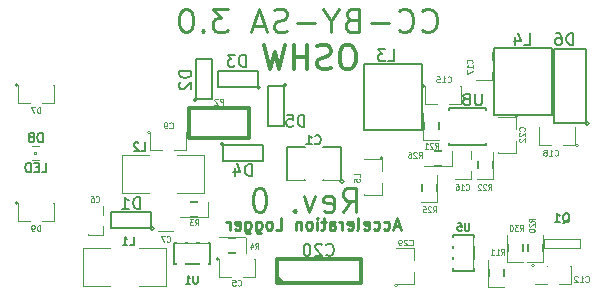
<source format=gbo>
%FSLAX34Y34*%
G04 Gerber Fmt 3.4, Leading zero omitted, Abs format*
G04 (created by PCBNEW (2013-11-03 BZR 4430)-product) date Fri 08 Nov 2013 11:28:15 PM CST*
%MOIN*%
G01*
G70*
G90*
G04 APERTURE LIST*
%ADD10C,0.005906*%
%ADD11C,0.011811*%
%ADD12C,0.009843*%
%ADD13C,0.005000*%
%ADD14C,0.004700*%
%ADD15C,0.003900*%
%ADD16C,0.012000*%
%ADD17C,0.002600*%
%ADD18C,0.004000*%
%ADD19C,0.002000*%
%ADD20C,0.006890*%
%ADD21C,0.004300*%
%ADD22C,0.004500*%
%ADD23C,0.004921*%
%ADD24C,0.008000*%
%ADD25C,0.005100*%
%ADD26R,0.038000X0.028000*%
%ADD27R,0.028000X0.038000*%
%ADD28R,0.078900X0.114300*%
%ADD29R,0.043000X0.063000*%
%ADD30R,0.053000X0.033000*%
%ADD31R,0.033000X0.053000*%
%ADD32R,0.063000X0.063000*%
%ADD33C,0.063000*%
%ADD34R,0.055200X0.055200*%
%ADD35R,0.068000X0.068000*%
%ADD36C,0.068000*%
%ADD37R,0.058000X0.108000*%
%ADD38R,0.063000X0.043000*%
%ADD39R,0.044000X0.044000*%
%ADD40R,0.165480X0.067055*%
%ADD41R,0.031622X0.031622*%
%ADD42R,0.090677X0.063118*%
%ADD43R,0.063118X0.039220*%
%ADD44O,0.034296X0.012643*%
%ADD45O,0.037839X0.012643*%
G04 APERTURE END LIST*
G54D10*
G54D11*
X52592Y-37788D02*
X52442Y-37788D01*
X52367Y-37826D01*
X52292Y-37901D01*
X52254Y-38051D01*
X52254Y-38313D01*
X52292Y-38463D01*
X52367Y-38538D01*
X52442Y-38576D01*
X52592Y-38576D01*
X52667Y-38538D01*
X52742Y-38463D01*
X52779Y-38313D01*
X52779Y-38051D01*
X52742Y-37901D01*
X52667Y-37826D01*
X52592Y-37788D01*
X51954Y-38538D02*
X51842Y-38576D01*
X51654Y-38576D01*
X51579Y-38538D01*
X51542Y-38501D01*
X51504Y-38426D01*
X51504Y-38351D01*
X51542Y-38276D01*
X51579Y-38238D01*
X51654Y-38201D01*
X51804Y-38163D01*
X51879Y-38126D01*
X51917Y-38088D01*
X51954Y-38013D01*
X51954Y-37938D01*
X51917Y-37863D01*
X51879Y-37826D01*
X51804Y-37788D01*
X51617Y-37788D01*
X51504Y-37826D01*
X51167Y-38576D02*
X51167Y-37788D01*
X51167Y-38163D02*
X50717Y-38163D01*
X50717Y-38576D02*
X50717Y-37788D01*
X50417Y-37788D02*
X50230Y-38576D01*
X50080Y-38013D01*
X49930Y-38576D01*
X49742Y-37788D01*
G54D12*
X55002Y-37281D02*
X55040Y-37318D01*
X55152Y-37356D01*
X55227Y-37356D01*
X55340Y-37318D01*
X55415Y-37243D01*
X55452Y-37168D01*
X55490Y-37018D01*
X55490Y-36906D01*
X55452Y-36756D01*
X55415Y-36681D01*
X55340Y-36606D01*
X55227Y-36568D01*
X55152Y-36568D01*
X55040Y-36606D01*
X55002Y-36643D01*
X54215Y-37281D02*
X54252Y-37318D01*
X54365Y-37356D01*
X54440Y-37356D01*
X54552Y-37318D01*
X54627Y-37243D01*
X54665Y-37168D01*
X54702Y-37018D01*
X54702Y-36906D01*
X54665Y-36756D01*
X54627Y-36681D01*
X54552Y-36606D01*
X54440Y-36568D01*
X54365Y-36568D01*
X54252Y-36606D01*
X54215Y-36643D01*
X53877Y-37056D02*
X53277Y-37056D01*
X52640Y-36943D02*
X52527Y-36981D01*
X52490Y-37018D01*
X52452Y-37093D01*
X52452Y-37206D01*
X52490Y-37281D01*
X52527Y-37318D01*
X52602Y-37356D01*
X52902Y-37356D01*
X52902Y-36568D01*
X52640Y-36568D01*
X52565Y-36606D01*
X52527Y-36643D01*
X52490Y-36718D01*
X52490Y-36793D01*
X52527Y-36868D01*
X52565Y-36906D01*
X52640Y-36943D01*
X52902Y-36943D01*
X51965Y-36981D02*
X51965Y-37356D01*
X52227Y-36568D02*
X51965Y-36981D01*
X51702Y-36568D01*
X51440Y-37056D02*
X50840Y-37056D01*
X50503Y-37318D02*
X50390Y-37356D01*
X50203Y-37356D01*
X50128Y-37318D01*
X50090Y-37281D01*
X50053Y-37206D01*
X50053Y-37131D01*
X50090Y-37056D01*
X50128Y-37018D01*
X50203Y-36981D01*
X50353Y-36943D01*
X50428Y-36906D01*
X50465Y-36868D01*
X50503Y-36793D01*
X50503Y-36718D01*
X50465Y-36643D01*
X50428Y-36606D01*
X50353Y-36568D01*
X50165Y-36568D01*
X50053Y-36606D01*
X49753Y-37131D02*
X49378Y-37131D01*
X49828Y-37356D02*
X49565Y-36568D01*
X49303Y-37356D01*
X48515Y-36568D02*
X48028Y-36568D01*
X48290Y-36868D01*
X48178Y-36868D01*
X48103Y-36906D01*
X48065Y-36943D01*
X48028Y-37018D01*
X48028Y-37206D01*
X48065Y-37281D01*
X48103Y-37318D01*
X48178Y-37356D01*
X48403Y-37356D01*
X48478Y-37318D01*
X48515Y-37281D01*
X47690Y-37281D02*
X47653Y-37318D01*
X47690Y-37356D01*
X47728Y-37318D01*
X47690Y-37281D01*
X47690Y-37356D01*
X47166Y-36568D02*
X47091Y-36568D01*
X47016Y-36606D01*
X46978Y-36643D01*
X46941Y-36718D01*
X46903Y-36868D01*
X46903Y-37056D01*
X46941Y-37206D01*
X46978Y-37281D01*
X47016Y-37318D01*
X47091Y-37356D01*
X47166Y-37356D01*
X47241Y-37318D01*
X47278Y-37281D01*
X47316Y-37206D01*
X47353Y-37056D01*
X47353Y-36868D01*
X47316Y-36718D01*
X47278Y-36643D01*
X47241Y-36606D01*
X47166Y-36568D01*
X54243Y-43815D02*
X54055Y-43815D01*
X54280Y-43928D02*
X54149Y-43534D01*
X54018Y-43928D01*
X53718Y-43909D02*
X53755Y-43928D01*
X53830Y-43928D01*
X53868Y-43909D01*
X53887Y-43890D01*
X53905Y-43853D01*
X53905Y-43740D01*
X53887Y-43703D01*
X53868Y-43684D01*
X53830Y-43665D01*
X53755Y-43665D01*
X53718Y-43684D01*
X53380Y-43909D02*
X53418Y-43928D01*
X53493Y-43928D01*
X53530Y-43909D01*
X53549Y-43890D01*
X53568Y-43853D01*
X53568Y-43740D01*
X53549Y-43703D01*
X53530Y-43684D01*
X53493Y-43665D01*
X53418Y-43665D01*
X53380Y-43684D01*
X53062Y-43909D02*
X53099Y-43928D01*
X53174Y-43928D01*
X53212Y-43909D01*
X53231Y-43871D01*
X53231Y-43721D01*
X53212Y-43684D01*
X53174Y-43665D01*
X53099Y-43665D01*
X53062Y-43684D01*
X53043Y-43721D01*
X53043Y-43759D01*
X53231Y-43796D01*
X52818Y-43928D02*
X52856Y-43909D01*
X52874Y-43871D01*
X52874Y-43534D01*
X52518Y-43909D02*
X52556Y-43928D01*
X52631Y-43928D01*
X52668Y-43909D01*
X52687Y-43871D01*
X52687Y-43721D01*
X52668Y-43684D01*
X52631Y-43665D01*
X52556Y-43665D01*
X52518Y-43684D01*
X52499Y-43721D01*
X52499Y-43759D01*
X52687Y-43796D01*
X52331Y-43928D02*
X52331Y-43665D01*
X52331Y-43740D02*
X52312Y-43703D01*
X52293Y-43684D01*
X52256Y-43665D01*
X52218Y-43665D01*
X51918Y-43928D02*
X51918Y-43721D01*
X51937Y-43684D01*
X51974Y-43665D01*
X52049Y-43665D01*
X52087Y-43684D01*
X51918Y-43909D02*
X51956Y-43928D01*
X52049Y-43928D01*
X52087Y-43909D01*
X52106Y-43871D01*
X52106Y-43834D01*
X52087Y-43796D01*
X52049Y-43778D01*
X51956Y-43778D01*
X51918Y-43759D01*
X51787Y-43665D02*
X51637Y-43665D01*
X51731Y-43534D02*
X51731Y-43871D01*
X51712Y-43909D01*
X51674Y-43928D01*
X51637Y-43928D01*
X51506Y-43928D02*
X51506Y-43665D01*
X51506Y-43534D02*
X51524Y-43553D01*
X51506Y-43571D01*
X51487Y-43553D01*
X51506Y-43534D01*
X51506Y-43571D01*
X51262Y-43928D02*
X51300Y-43909D01*
X51318Y-43890D01*
X51337Y-43853D01*
X51337Y-43740D01*
X51318Y-43703D01*
X51300Y-43684D01*
X51262Y-43665D01*
X51206Y-43665D01*
X51168Y-43684D01*
X51150Y-43703D01*
X51131Y-43740D01*
X51131Y-43853D01*
X51150Y-43890D01*
X51168Y-43909D01*
X51206Y-43928D01*
X51262Y-43928D01*
X50962Y-43665D02*
X50962Y-43928D01*
X50962Y-43703D02*
X50943Y-43684D01*
X50906Y-43665D01*
X50850Y-43665D01*
X50812Y-43684D01*
X50793Y-43721D01*
X50793Y-43928D01*
X50118Y-43928D02*
X50306Y-43928D01*
X50306Y-43534D01*
X49931Y-43928D02*
X49968Y-43909D01*
X49987Y-43890D01*
X50006Y-43853D01*
X50006Y-43740D01*
X49987Y-43703D01*
X49968Y-43684D01*
X49931Y-43665D01*
X49875Y-43665D01*
X49837Y-43684D01*
X49818Y-43703D01*
X49800Y-43740D01*
X49800Y-43853D01*
X49818Y-43890D01*
X49837Y-43909D01*
X49875Y-43928D01*
X49931Y-43928D01*
X49462Y-43665D02*
X49462Y-43984D01*
X49481Y-44021D01*
X49500Y-44040D01*
X49537Y-44059D01*
X49593Y-44059D01*
X49631Y-44040D01*
X49462Y-43909D02*
X49500Y-43928D01*
X49575Y-43928D01*
X49612Y-43909D01*
X49631Y-43890D01*
X49650Y-43853D01*
X49650Y-43740D01*
X49631Y-43703D01*
X49612Y-43684D01*
X49575Y-43665D01*
X49500Y-43665D01*
X49462Y-43684D01*
X49106Y-43665D02*
X49106Y-43984D01*
X49125Y-44021D01*
X49144Y-44040D01*
X49181Y-44059D01*
X49237Y-44059D01*
X49275Y-44040D01*
X49106Y-43909D02*
X49144Y-43928D01*
X49219Y-43928D01*
X49256Y-43909D01*
X49275Y-43890D01*
X49294Y-43853D01*
X49294Y-43740D01*
X49275Y-43703D01*
X49256Y-43684D01*
X49219Y-43665D01*
X49144Y-43665D01*
X49106Y-43684D01*
X48769Y-43909D02*
X48806Y-43928D01*
X48881Y-43928D01*
X48919Y-43909D01*
X48937Y-43871D01*
X48937Y-43721D01*
X48919Y-43684D01*
X48881Y-43665D01*
X48806Y-43665D01*
X48769Y-43684D01*
X48750Y-43721D01*
X48750Y-43759D01*
X48937Y-43796D01*
X48581Y-43928D02*
X48581Y-43665D01*
X48581Y-43740D02*
X48562Y-43703D01*
X48544Y-43684D01*
X48506Y-43665D01*
X48469Y-43665D01*
X52356Y-43336D02*
X52618Y-42961D01*
X52806Y-43336D02*
X52806Y-42548D01*
X52506Y-42548D01*
X52431Y-42586D01*
X52393Y-42623D01*
X52356Y-42698D01*
X52356Y-42811D01*
X52393Y-42886D01*
X52431Y-42923D01*
X52506Y-42961D01*
X52806Y-42961D01*
X51718Y-43298D02*
X51793Y-43336D01*
X51943Y-43336D01*
X52018Y-43298D01*
X52056Y-43223D01*
X52056Y-42923D01*
X52018Y-42848D01*
X51943Y-42811D01*
X51793Y-42811D01*
X51718Y-42848D01*
X51681Y-42923D01*
X51681Y-42998D01*
X52056Y-43073D01*
X51418Y-42811D02*
X51231Y-43336D01*
X51043Y-42811D01*
X50743Y-43261D02*
X50706Y-43298D01*
X50743Y-43336D01*
X50781Y-43298D01*
X50743Y-43261D01*
X50743Y-43336D01*
X49618Y-42548D02*
X49543Y-42548D01*
X49468Y-42586D01*
X49431Y-42623D01*
X49393Y-42698D01*
X49356Y-42848D01*
X49356Y-43036D01*
X49393Y-43186D01*
X49431Y-43261D01*
X49468Y-43298D01*
X49543Y-43336D01*
X49618Y-43336D01*
X49693Y-43298D01*
X49731Y-43261D01*
X49768Y-43186D01*
X49806Y-43036D01*
X49806Y-42848D01*
X49768Y-42698D01*
X49731Y-42623D01*
X49693Y-42586D01*
X49618Y-42548D01*
G54D13*
X56727Y-44104D02*
X56027Y-44104D01*
X56027Y-44104D02*
X56027Y-45304D01*
X56027Y-45304D02*
X56727Y-45304D01*
X56727Y-45304D02*
X56727Y-44104D01*
X47942Y-45074D02*
X47942Y-44374D01*
X47942Y-44374D02*
X46742Y-44374D01*
X46742Y-44374D02*
X46742Y-45074D01*
X46742Y-45074D02*
X47942Y-45074D01*
G54D14*
X47736Y-42696D02*
X47736Y-41436D01*
X44980Y-42696D02*
X44980Y-41436D01*
X46829Y-41434D02*
X47729Y-41434D01*
X47729Y-42698D02*
X46829Y-42698D01*
X45886Y-42698D02*
X44986Y-42698D01*
X44986Y-41434D02*
X45886Y-41434D01*
X43697Y-44545D02*
X43697Y-45805D01*
X46453Y-44545D02*
X46453Y-45805D01*
X44604Y-45807D02*
X43704Y-45807D01*
X43704Y-44543D02*
X44604Y-44543D01*
X45547Y-44543D02*
X46447Y-44543D01*
X46447Y-45807D02*
X45547Y-45807D01*
G54D15*
X41525Y-39109D02*
G75*
G03X41525Y-39109I-50J0D01*
G74*
G01*
X41925Y-39109D02*
X41525Y-39109D01*
X41525Y-39109D02*
X41525Y-39709D01*
X41525Y-39709D02*
X41925Y-39709D01*
X42325Y-39709D02*
X42725Y-39709D01*
X42725Y-39709D02*
X42725Y-39109D01*
X42725Y-39109D02*
X42325Y-39109D01*
X41525Y-43046D02*
G75*
G03X41525Y-43046I-50J0D01*
G74*
G01*
X41925Y-43046D02*
X41525Y-43046D01*
X41525Y-43046D02*
X41525Y-43646D01*
X41525Y-43646D02*
X41925Y-43646D01*
X42325Y-43646D02*
X42725Y-43646D01*
X42725Y-43646D02*
X42725Y-43046D01*
X42725Y-43046D02*
X42325Y-43046D01*
G54D14*
X56804Y-38283D02*
X56804Y-38008D01*
X56804Y-38677D02*
X56804Y-38952D01*
X57316Y-38283D02*
X57316Y-38008D01*
X57316Y-38952D02*
X57316Y-38677D01*
X57310Y-38008D02*
X56810Y-38008D01*
X56810Y-38952D02*
X57310Y-38952D01*
X56104Y-41583D02*
X56104Y-41308D01*
X56104Y-41977D02*
X56104Y-42252D01*
X56616Y-41583D02*
X56616Y-41308D01*
X56616Y-42252D02*
X56616Y-41977D01*
X56610Y-41308D02*
X56110Y-41308D01*
X56110Y-42252D02*
X56610Y-42252D01*
X46706Y-43697D02*
X46706Y-43972D01*
X46706Y-43303D02*
X46706Y-43028D01*
X46194Y-43697D02*
X46194Y-43972D01*
X46194Y-43028D02*
X46194Y-43303D01*
X46200Y-43972D02*
X46700Y-43972D01*
X46700Y-43028D02*
X46200Y-43028D01*
X43844Y-43428D02*
X43844Y-43153D01*
X43844Y-43822D02*
X43844Y-44097D01*
X44356Y-43428D02*
X44356Y-43153D01*
X44356Y-44097D02*
X44356Y-43822D01*
X44350Y-43153D02*
X43850Y-43153D01*
X43850Y-44097D02*
X44350Y-44097D01*
G54D13*
X55090Y-41810D02*
X55990Y-41810D01*
X55990Y-41810D02*
X55990Y-41310D01*
X55990Y-41310D02*
X55090Y-41310D01*
X55090Y-41310D02*
X55090Y-41810D01*
X55490Y-43010D02*
X55490Y-42110D01*
X55490Y-42110D02*
X54990Y-42110D01*
X54990Y-42110D02*
X54990Y-43010D01*
X54990Y-43010D02*
X55490Y-43010D01*
X56850Y-41330D02*
X56850Y-42230D01*
X56850Y-42230D02*
X57350Y-42230D01*
X57350Y-42230D02*
X57350Y-41330D01*
X57350Y-41330D02*
X56850Y-41330D01*
X55064Y-40042D02*
X55064Y-40942D01*
X55064Y-40942D02*
X55564Y-40942D01*
X55564Y-40942D02*
X55564Y-40042D01*
X55564Y-40042D02*
X55064Y-40042D01*
X46950Y-43500D02*
X47850Y-43500D01*
X47850Y-43500D02*
X47850Y-43000D01*
X47850Y-43000D02*
X46950Y-43000D01*
X46950Y-43000D02*
X46950Y-43500D01*
X48225Y-44725D02*
X49125Y-44725D01*
X49125Y-44725D02*
X49125Y-44225D01*
X49125Y-44225D02*
X48225Y-44225D01*
X48225Y-44225D02*
X48225Y-44725D01*
X57230Y-44928D02*
X57230Y-45828D01*
X57230Y-45828D02*
X57730Y-45828D01*
X57730Y-45828D02*
X57730Y-44928D01*
X57730Y-44928D02*
X57230Y-44928D01*
G54D16*
X49228Y-40893D02*
X49228Y-39893D01*
X49228Y-39893D02*
X47228Y-39893D01*
X47228Y-39893D02*
X47228Y-40893D01*
X47228Y-40893D02*
X49228Y-40893D01*
G54D17*
X41929Y-41495D02*
X41929Y-41623D01*
X41929Y-41623D02*
X41732Y-41623D01*
X41732Y-41495D02*
X41732Y-41623D01*
X41929Y-41495D02*
X41732Y-41495D01*
X41929Y-41250D02*
X41929Y-41309D01*
X41929Y-41309D02*
X41830Y-41309D01*
X41830Y-41250D02*
X41830Y-41309D01*
X41929Y-41250D02*
X41830Y-41250D01*
X41929Y-41445D02*
X41929Y-41504D01*
X41929Y-41504D02*
X41830Y-41504D01*
X41830Y-41445D02*
X41830Y-41504D01*
X41929Y-41445D02*
X41830Y-41445D01*
X41929Y-41299D02*
X41929Y-41455D01*
X41929Y-41455D02*
X41860Y-41455D01*
X41860Y-41299D02*
X41860Y-41455D01*
X41929Y-41299D02*
X41860Y-41299D01*
X42518Y-41495D02*
X42518Y-41623D01*
X42518Y-41623D02*
X42321Y-41623D01*
X42321Y-41495D02*
X42321Y-41623D01*
X42518Y-41495D02*
X42321Y-41495D01*
X42518Y-41131D02*
X42518Y-41259D01*
X42518Y-41259D02*
X42321Y-41259D01*
X42321Y-41131D02*
X42321Y-41259D01*
X42518Y-41131D02*
X42321Y-41131D01*
X42420Y-41445D02*
X42420Y-41504D01*
X42420Y-41504D02*
X42321Y-41504D01*
X42321Y-41445D02*
X42321Y-41504D01*
X42420Y-41445D02*
X42321Y-41445D01*
X42420Y-41250D02*
X42420Y-41309D01*
X42420Y-41309D02*
X42321Y-41309D01*
X42321Y-41250D02*
X42321Y-41309D01*
X42420Y-41250D02*
X42321Y-41250D01*
X42390Y-41299D02*
X42390Y-41455D01*
X42390Y-41455D02*
X42321Y-41455D01*
X42321Y-41299D02*
X42321Y-41455D01*
X42390Y-41299D02*
X42321Y-41299D01*
X42125Y-41338D02*
X42125Y-41416D01*
X42125Y-41416D02*
X42047Y-41416D01*
X42047Y-41338D02*
X42047Y-41416D01*
X42125Y-41338D02*
X42047Y-41338D01*
X41929Y-41141D02*
X41929Y-41259D01*
X41929Y-41259D02*
X41811Y-41259D01*
X41811Y-41141D02*
X41811Y-41259D01*
X41929Y-41141D02*
X41811Y-41141D01*
X41761Y-41131D02*
X41761Y-41220D01*
X41761Y-41220D02*
X41732Y-41220D01*
X41732Y-41131D02*
X41732Y-41220D01*
X41761Y-41131D02*
X41732Y-41131D01*
G54D18*
X41919Y-41603D02*
X42331Y-41603D01*
X42321Y-41151D02*
X41761Y-41151D01*
G54D19*
X41820Y-41200D02*
G75*
G03X41820Y-41200I-28J0D01*
G74*
G01*
G54D18*
X41732Y-41240D02*
G75*
G02X41732Y-41514I0J-137D01*
G74*
G01*
X42518Y-41514D02*
G75*
G02X42518Y-41240I0J137D01*
G74*
G01*
G54D16*
X50174Y-45714D02*
X52974Y-45714D01*
X52974Y-45714D02*
X52974Y-44914D01*
X52974Y-44914D02*
X50174Y-44914D01*
X50174Y-44914D02*
X50174Y-45714D01*
X50174Y-45514D02*
X50374Y-45714D01*
G54D13*
X52398Y-42332D02*
G75*
G03X52398Y-42332I-70J0D01*
G74*
G01*
X51677Y-41182D02*
X52277Y-41182D01*
X52277Y-41182D02*
X52277Y-42282D01*
X52277Y-42282D02*
X51677Y-42282D01*
X51077Y-42282D02*
X50477Y-42282D01*
X50477Y-42282D02*
X50477Y-41182D01*
X50477Y-41182D02*
X51077Y-41182D01*
G54D15*
X45940Y-40680D02*
G75*
G03X45940Y-40680I-50J0D01*
G74*
G01*
X46340Y-40680D02*
X45940Y-40680D01*
X45940Y-40680D02*
X45940Y-41280D01*
X45940Y-41280D02*
X46340Y-41280D01*
X46740Y-41280D02*
X47140Y-41280D01*
X47140Y-41280D02*
X47140Y-40680D01*
X47140Y-40680D02*
X46740Y-40680D01*
X55100Y-39140D02*
G75*
G03X55100Y-39140I-50J0D01*
G74*
G01*
X55500Y-39140D02*
X55100Y-39140D01*
X55100Y-39140D02*
X55100Y-39740D01*
X55100Y-39740D02*
X55500Y-39740D01*
X55900Y-39740D02*
X56300Y-39740D01*
X56300Y-39740D02*
X56300Y-39140D01*
X56300Y-39140D02*
X55900Y-39140D01*
X48218Y-44916D02*
G75*
G03X48218Y-44916I-50J0D01*
G74*
G01*
X48618Y-44916D02*
X48218Y-44916D01*
X48218Y-44916D02*
X48218Y-45516D01*
X48218Y-45516D02*
X48618Y-45516D01*
X49018Y-45516D02*
X49418Y-45516D01*
X49418Y-45516D02*
X49418Y-44916D01*
X49418Y-44916D02*
X49018Y-44916D01*
X58750Y-45133D02*
G75*
G03X58750Y-45133I-50J0D01*
G74*
G01*
X59150Y-45133D02*
X58750Y-45133D01*
X58750Y-45133D02*
X58750Y-45733D01*
X58750Y-45733D02*
X59150Y-45733D01*
X59550Y-45733D02*
X59950Y-45733D01*
X59950Y-45733D02*
X59950Y-45133D01*
X59950Y-45133D02*
X59550Y-45133D01*
G54D13*
X57870Y-44110D02*
X57870Y-45010D01*
X57870Y-45010D02*
X58370Y-45010D01*
X58370Y-45010D02*
X58370Y-44110D01*
X58370Y-44110D02*
X57870Y-44110D01*
G54D15*
X54179Y-45807D02*
G75*
G03X54179Y-45807I-50J0D01*
G74*
G01*
X54129Y-45357D02*
X54129Y-45757D01*
X54129Y-45757D02*
X54729Y-45757D01*
X54729Y-45757D02*
X54729Y-45357D01*
X54729Y-44957D02*
X54729Y-44557D01*
X54729Y-44557D02*
X54129Y-44557D01*
X54129Y-44557D02*
X54129Y-44957D01*
X58190Y-40130D02*
G75*
G03X58190Y-40130I-50J0D01*
G74*
G01*
X58140Y-40580D02*
X58140Y-40180D01*
X58140Y-40180D02*
X57540Y-40180D01*
X57540Y-40180D02*
X57540Y-40580D01*
X57540Y-40980D02*
X57540Y-41380D01*
X57540Y-41380D02*
X58140Y-41380D01*
X58140Y-41380D02*
X58140Y-40980D01*
X53696Y-41535D02*
G75*
G03X53696Y-41535I-50J0D01*
G74*
G01*
X53646Y-41985D02*
X53646Y-41585D01*
X53646Y-41585D02*
X53046Y-41585D01*
X53046Y-41585D02*
X53046Y-41985D01*
X53046Y-42385D02*
X53046Y-42785D01*
X53046Y-42785D02*
X53646Y-42785D01*
X53646Y-42785D02*
X53646Y-42385D01*
X60207Y-41126D02*
G75*
G03X60207Y-41126I-50J0D01*
G74*
G01*
X59707Y-41126D02*
X60107Y-41126D01*
X60107Y-41126D02*
X60107Y-40526D01*
X60107Y-40526D02*
X59707Y-40526D01*
X59307Y-40526D02*
X58907Y-40526D01*
X58907Y-40526D02*
X58907Y-41126D01*
X58907Y-41126D02*
X59307Y-41126D01*
G54D14*
X60260Y-44250D02*
X59060Y-44250D01*
X59060Y-44250D02*
X59060Y-44550D01*
X59060Y-44550D02*
X60260Y-44550D01*
X60260Y-44550D02*
X60260Y-44250D01*
G54D13*
X59010Y-45010D02*
X59010Y-44110D01*
X59010Y-44110D02*
X58510Y-44110D01*
X58510Y-44110D02*
X58510Y-45010D01*
X58510Y-45010D02*
X59010Y-45010D01*
G54D20*
X57381Y-40098D02*
X57381Y-37893D01*
X59311Y-37893D02*
X59311Y-40098D01*
X57381Y-40098D02*
X59311Y-40098D01*
X57381Y-37893D02*
X59311Y-37893D01*
X54980Y-38405D02*
X54980Y-40610D01*
X53051Y-40610D02*
X53051Y-38405D01*
X54980Y-38405D02*
X53051Y-38405D01*
X54980Y-40610D02*
X53051Y-40610D01*
X49594Y-39195D02*
G75*
G03X49594Y-39195I-55J0D01*
G74*
G01*
X48180Y-39165D02*
X49519Y-39165D01*
X48180Y-38634D02*
X49519Y-38634D01*
X49519Y-39165D02*
X49519Y-38634D01*
X48180Y-39165D02*
X48180Y-38634D01*
X47496Y-39606D02*
G75*
G03X47496Y-39606I-55J0D01*
G74*
G01*
X47470Y-38248D02*
X47470Y-39586D01*
X48001Y-38248D02*
X48001Y-39586D01*
X47470Y-39586D02*
X48001Y-39586D01*
X47470Y-38248D02*
X48001Y-38248D01*
X48391Y-41079D02*
G75*
G03X48391Y-41079I-55J0D01*
G74*
G01*
X49694Y-41109D02*
X48355Y-41109D01*
X49694Y-41640D02*
X48355Y-41640D01*
X48355Y-41109D02*
X48355Y-41640D01*
X49694Y-41109D02*
X49694Y-41640D01*
X50475Y-39111D02*
G75*
G03X50475Y-39111I-55J0D01*
G74*
G01*
X50390Y-40469D02*
X50390Y-39130D01*
X49859Y-40469D02*
X49859Y-39130D01*
X50390Y-39130D02*
X49859Y-39130D01*
X50390Y-40469D02*
X49859Y-40469D01*
X46044Y-43895D02*
G75*
G03X46044Y-43895I-55J0D01*
G74*
G01*
X44630Y-43865D02*
X45969Y-43865D01*
X44630Y-43334D02*
X45969Y-43334D01*
X45969Y-43865D02*
X45969Y-43334D01*
X44630Y-43865D02*
X44630Y-43334D01*
X60562Y-40399D02*
G75*
G03X60562Y-40399I-70J0D01*
G74*
G01*
X60471Y-40380D02*
X60471Y-37899D01*
X59408Y-37899D02*
X59408Y-40380D01*
X60471Y-37899D02*
X59408Y-37899D01*
X60471Y-40380D02*
X59408Y-40380D01*
G54D10*
X55889Y-41110D02*
X55889Y-41051D01*
X57110Y-41110D02*
X57110Y-41051D01*
X55889Y-39889D02*
X55889Y-39948D01*
X57110Y-39889D02*
X57110Y-39948D01*
X55889Y-41110D02*
X57110Y-41110D01*
X55889Y-39889D02*
X57110Y-39889D01*
G54D13*
X56568Y-43721D02*
X56568Y-43923D01*
X56556Y-43947D01*
X56544Y-43959D01*
X56520Y-43971D01*
X56473Y-43971D01*
X56449Y-43959D01*
X56437Y-43947D01*
X56425Y-43923D01*
X56425Y-43721D01*
X56187Y-43721D02*
X56306Y-43721D01*
X56318Y-43840D01*
X56306Y-43828D01*
X56282Y-43816D01*
X56223Y-43816D01*
X56199Y-43828D01*
X56187Y-43840D01*
X56175Y-43864D01*
X56175Y-43923D01*
X56187Y-43947D01*
X56199Y-43959D01*
X56223Y-43971D01*
X56282Y-43971D01*
X56306Y-43959D01*
X56318Y-43947D01*
X47515Y-45488D02*
X47515Y-45690D01*
X47503Y-45714D01*
X47491Y-45726D01*
X47467Y-45738D01*
X47420Y-45738D01*
X47396Y-45726D01*
X47384Y-45714D01*
X47372Y-45690D01*
X47372Y-45488D01*
X47122Y-45738D02*
X47265Y-45738D01*
X47194Y-45738D02*
X47194Y-45488D01*
X47217Y-45523D01*
X47241Y-45547D01*
X47265Y-45559D01*
X45621Y-41299D02*
X45752Y-41299D01*
X45752Y-41023D01*
X45542Y-41050D02*
X45529Y-41037D01*
X45502Y-41023D01*
X45437Y-41023D01*
X45410Y-41037D01*
X45397Y-41050D01*
X45384Y-41076D01*
X45384Y-41102D01*
X45397Y-41142D01*
X45555Y-41299D01*
X45384Y-41299D01*
X45246Y-44449D02*
X45377Y-44449D01*
X45377Y-44173D01*
X45009Y-44449D02*
X45167Y-44449D01*
X45088Y-44449D02*
X45088Y-44173D01*
X45114Y-44213D01*
X45140Y-44239D01*
X45167Y-44252D01*
G54D21*
X42271Y-40049D02*
X42271Y-39852D01*
X42224Y-39852D01*
X42196Y-39862D01*
X42177Y-39880D01*
X42168Y-39899D01*
X42158Y-39937D01*
X42158Y-39965D01*
X42168Y-40002D01*
X42177Y-40021D01*
X42196Y-40040D01*
X42224Y-40049D01*
X42271Y-40049D01*
X42093Y-39852D02*
X41961Y-39852D01*
X42046Y-40049D01*
X42271Y-43986D02*
X42271Y-43789D01*
X42224Y-43789D01*
X42196Y-43799D01*
X42177Y-43817D01*
X42168Y-43836D01*
X42158Y-43874D01*
X42158Y-43902D01*
X42168Y-43939D01*
X42177Y-43958D01*
X42196Y-43977D01*
X42224Y-43986D01*
X42271Y-43986D01*
X42065Y-43986D02*
X42027Y-43986D01*
X42008Y-43977D01*
X41999Y-43967D01*
X41980Y-43939D01*
X41971Y-43902D01*
X41971Y-43827D01*
X41980Y-43808D01*
X41989Y-43799D01*
X42008Y-43789D01*
X42046Y-43789D01*
X42065Y-43799D01*
X42074Y-43808D01*
X42083Y-43827D01*
X42083Y-43874D01*
X42074Y-43892D01*
X42065Y-43902D01*
X42046Y-43911D01*
X42008Y-43911D01*
X41989Y-43902D01*
X41980Y-43892D01*
X41971Y-43874D01*
G54D22*
X56658Y-38383D02*
X56668Y-38375D01*
X56678Y-38349D01*
X56678Y-38332D01*
X56668Y-38306D01*
X56649Y-38289D01*
X56630Y-38281D01*
X56592Y-38272D01*
X56563Y-38272D01*
X56525Y-38281D01*
X56506Y-38289D01*
X56487Y-38306D01*
X56478Y-38332D01*
X56478Y-38349D01*
X56487Y-38375D01*
X56497Y-38383D01*
X56678Y-38555D02*
X56678Y-38452D01*
X56678Y-38503D02*
X56478Y-38503D01*
X56506Y-38486D01*
X56525Y-38469D01*
X56535Y-38452D01*
X56478Y-38615D02*
X56478Y-38735D01*
X56678Y-38658D01*
X56454Y-42591D02*
X56462Y-42600D01*
X56488Y-42610D01*
X56505Y-42610D01*
X56531Y-42600D01*
X56548Y-42581D01*
X56557Y-42562D01*
X56565Y-42524D01*
X56565Y-42495D01*
X56557Y-42457D01*
X56548Y-42438D01*
X56531Y-42419D01*
X56505Y-42410D01*
X56488Y-42410D01*
X56462Y-42419D01*
X56454Y-42429D01*
X56282Y-42610D02*
X56385Y-42610D01*
X56334Y-42610D02*
X56334Y-42410D01*
X56351Y-42438D01*
X56368Y-42457D01*
X56385Y-42467D01*
X56128Y-42410D02*
X56162Y-42410D01*
X56180Y-42419D01*
X56188Y-42429D01*
X56205Y-42457D01*
X56214Y-42495D01*
X56214Y-42572D01*
X56205Y-42591D01*
X56197Y-42600D01*
X56180Y-42610D01*
X56145Y-42610D01*
X56128Y-42600D01*
X56120Y-42591D01*
X56111Y-42572D01*
X56111Y-42524D01*
X56120Y-42505D01*
X56128Y-42495D01*
X56145Y-42486D01*
X56180Y-42486D01*
X56197Y-42495D01*
X56205Y-42505D01*
X56214Y-42524D01*
X46486Y-44323D02*
X46495Y-44332D01*
X46520Y-44342D01*
X46538Y-44342D01*
X46563Y-44332D01*
X46580Y-44313D01*
X46589Y-44294D01*
X46598Y-44256D01*
X46598Y-44228D01*
X46589Y-44190D01*
X46580Y-44171D01*
X46563Y-44151D01*
X46538Y-44142D01*
X46520Y-44142D01*
X46495Y-44151D01*
X46486Y-44161D01*
X46426Y-44142D02*
X46306Y-44142D01*
X46383Y-44342D01*
X44130Y-42996D02*
X44138Y-43005D01*
X44164Y-43015D01*
X44181Y-43015D01*
X44207Y-43005D01*
X44224Y-42986D01*
X44232Y-42967D01*
X44241Y-42929D01*
X44241Y-42901D01*
X44232Y-42863D01*
X44224Y-42844D01*
X44207Y-42825D01*
X44181Y-42815D01*
X44164Y-42815D01*
X44138Y-42825D01*
X44130Y-42834D01*
X43975Y-42815D02*
X44010Y-42815D01*
X44027Y-42825D01*
X44035Y-42834D01*
X44052Y-42863D01*
X44061Y-42901D01*
X44061Y-42977D01*
X44052Y-42996D01*
X44044Y-43005D01*
X44027Y-43015D01*
X43992Y-43015D01*
X43975Y-43005D01*
X43967Y-42996D01*
X43958Y-42977D01*
X43958Y-42929D01*
X43967Y-42910D01*
X43975Y-42901D01*
X43992Y-42891D01*
X44027Y-42891D01*
X44044Y-42901D01*
X44052Y-42910D01*
X44061Y-42929D01*
X54879Y-41547D02*
X54939Y-41451D01*
X54982Y-41547D02*
X54982Y-41347D01*
X54913Y-41347D01*
X54896Y-41356D01*
X54888Y-41366D01*
X54879Y-41385D01*
X54879Y-41413D01*
X54888Y-41432D01*
X54896Y-41442D01*
X54913Y-41451D01*
X54982Y-41451D01*
X54810Y-41366D02*
X54802Y-41356D01*
X54785Y-41347D01*
X54742Y-41347D01*
X54725Y-41356D01*
X54716Y-41366D01*
X54708Y-41385D01*
X54708Y-41404D01*
X54716Y-41432D01*
X54819Y-41547D01*
X54708Y-41547D01*
X54553Y-41347D02*
X54588Y-41347D01*
X54605Y-41356D01*
X54613Y-41366D01*
X54630Y-41394D01*
X54639Y-41432D01*
X54639Y-41509D01*
X54630Y-41528D01*
X54622Y-41537D01*
X54605Y-41547D01*
X54570Y-41547D01*
X54553Y-41537D01*
X54545Y-41528D01*
X54536Y-41509D01*
X54536Y-41461D01*
X54545Y-41442D01*
X54553Y-41432D01*
X54570Y-41423D01*
X54605Y-41423D01*
X54622Y-41432D01*
X54630Y-41442D01*
X54639Y-41461D01*
X55355Y-43359D02*
X55415Y-43263D01*
X55458Y-43359D02*
X55458Y-43159D01*
X55390Y-43159D01*
X55372Y-43168D01*
X55364Y-43178D01*
X55355Y-43197D01*
X55355Y-43225D01*
X55364Y-43244D01*
X55372Y-43254D01*
X55390Y-43263D01*
X55458Y-43263D01*
X55287Y-43178D02*
X55278Y-43168D01*
X55261Y-43159D01*
X55218Y-43159D01*
X55201Y-43168D01*
X55192Y-43178D01*
X55184Y-43197D01*
X55184Y-43216D01*
X55192Y-43244D01*
X55295Y-43359D01*
X55184Y-43359D01*
X55021Y-43159D02*
X55107Y-43159D01*
X55115Y-43254D01*
X55107Y-43244D01*
X55090Y-43235D01*
X55047Y-43235D01*
X55030Y-43244D01*
X55021Y-43254D01*
X55012Y-43273D01*
X55012Y-43321D01*
X55021Y-43340D01*
X55030Y-43349D01*
X55047Y-43359D01*
X55090Y-43359D01*
X55107Y-43349D01*
X55115Y-43340D01*
X57202Y-42610D02*
X57262Y-42514D01*
X57305Y-42610D02*
X57305Y-42410D01*
X57236Y-42410D01*
X57219Y-42419D01*
X57210Y-42429D01*
X57202Y-42448D01*
X57202Y-42476D01*
X57210Y-42495D01*
X57219Y-42505D01*
X57236Y-42514D01*
X57305Y-42514D01*
X57133Y-42429D02*
X57125Y-42419D01*
X57108Y-42410D01*
X57065Y-42410D01*
X57048Y-42419D01*
X57039Y-42429D01*
X57030Y-42448D01*
X57030Y-42467D01*
X57039Y-42495D01*
X57142Y-42610D01*
X57030Y-42610D01*
X56962Y-42429D02*
X56953Y-42419D01*
X56936Y-42410D01*
X56893Y-42410D01*
X56876Y-42419D01*
X56868Y-42429D01*
X56859Y-42448D01*
X56859Y-42467D01*
X56868Y-42495D01*
X56970Y-42610D01*
X56859Y-42610D01*
X55430Y-41232D02*
X55490Y-41136D01*
X55533Y-41232D02*
X55533Y-41032D01*
X55464Y-41032D01*
X55447Y-41041D01*
X55439Y-41051D01*
X55430Y-41070D01*
X55430Y-41098D01*
X55439Y-41117D01*
X55447Y-41127D01*
X55464Y-41136D01*
X55533Y-41136D01*
X55362Y-41051D02*
X55353Y-41041D01*
X55336Y-41032D01*
X55293Y-41032D01*
X55276Y-41041D01*
X55267Y-41051D01*
X55259Y-41070D01*
X55259Y-41089D01*
X55267Y-41117D01*
X55370Y-41232D01*
X55259Y-41232D01*
X55087Y-41232D02*
X55190Y-41232D01*
X55139Y-41232D02*
X55139Y-41032D01*
X55156Y-41060D01*
X55173Y-41079D01*
X55190Y-41089D01*
X47430Y-43793D02*
X47490Y-43697D01*
X47532Y-43793D02*
X47532Y-43593D01*
X47464Y-43593D01*
X47447Y-43602D01*
X47438Y-43612D01*
X47430Y-43631D01*
X47430Y-43659D01*
X47438Y-43678D01*
X47447Y-43688D01*
X47464Y-43697D01*
X47532Y-43697D01*
X47370Y-43593D02*
X47258Y-43593D01*
X47318Y-43669D01*
X47292Y-43669D01*
X47275Y-43678D01*
X47267Y-43688D01*
X47258Y-43707D01*
X47258Y-43755D01*
X47267Y-43774D01*
X47275Y-43783D01*
X47292Y-43793D01*
X47344Y-43793D01*
X47361Y-43783D01*
X47370Y-43774D01*
X49439Y-44578D02*
X49499Y-44483D01*
X49542Y-44578D02*
X49542Y-44378D01*
X49473Y-44378D01*
X49456Y-44388D01*
X49448Y-44397D01*
X49439Y-44416D01*
X49439Y-44445D01*
X49448Y-44464D01*
X49456Y-44473D01*
X49473Y-44483D01*
X49542Y-44483D01*
X49285Y-44445D02*
X49285Y-44578D01*
X49328Y-44369D02*
X49370Y-44511D01*
X49259Y-44511D01*
X57629Y-44769D02*
X57689Y-44673D01*
X57732Y-44769D02*
X57732Y-44569D01*
X57663Y-44569D01*
X57646Y-44578D01*
X57638Y-44588D01*
X57629Y-44607D01*
X57629Y-44635D01*
X57638Y-44654D01*
X57646Y-44664D01*
X57663Y-44673D01*
X57732Y-44673D01*
X57458Y-44769D02*
X57560Y-44769D01*
X57509Y-44769D02*
X57509Y-44569D01*
X57526Y-44597D01*
X57543Y-44616D01*
X57560Y-44626D01*
X57286Y-44769D02*
X57389Y-44769D01*
X57338Y-44769D02*
X57338Y-44569D01*
X57355Y-44597D01*
X57372Y-44616D01*
X57389Y-44626D01*
G54D23*
X48370Y-39764D02*
X48370Y-39567D01*
X48295Y-39567D01*
X48276Y-39576D01*
X48267Y-39585D01*
X48257Y-39604D01*
X48257Y-39632D01*
X48267Y-39651D01*
X48276Y-39660D01*
X48295Y-39670D01*
X48370Y-39670D01*
X48182Y-39585D02*
X48173Y-39576D01*
X48154Y-39567D01*
X48107Y-39567D01*
X48089Y-39576D01*
X48079Y-39585D01*
X48070Y-39604D01*
X48070Y-39623D01*
X48079Y-39651D01*
X48192Y-39764D01*
X48070Y-39764D01*
G54D13*
X42347Y-41013D02*
X42347Y-40713D01*
X42275Y-40713D01*
X42233Y-40727D01*
X42204Y-40756D01*
X42190Y-40785D01*
X42175Y-40842D01*
X42175Y-40885D01*
X42190Y-40942D01*
X42204Y-40970D01*
X42233Y-40999D01*
X42275Y-41013D01*
X42347Y-41013D01*
X42004Y-40842D02*
X42033Y-40827D01*
X42047Y-40813D01*
X42061Y-40785D01*
X42061Y-40770D01*
X42047Y-40742D01*
X42033Y-40727D01*
X42004Y-40713D01*
X41947Y-40713D01*
X41918Y-40727D01*
X41904Y-40742D01*
X41890Y-40770D01*
X41890Y-40785D01*
X41904Y-40813D01*
X41918Y-40827D01*
X41947Y-40842D01*
X42004Y-40842D01*
X42033Y-40856D01*
X42047Y-40870D01*
X42061Y-40899D01*
X42061Y-40956D01*
X42047Y-40985D01*
X42033Y-40999D01*
X42004Y-41013D01*
X41947Y-41013D01*
X41918Y-40999D01*
X41904Y-40985D01*
X41890Y-40956D01*
X41890Y-40899D01*
X41904Y-40870D01*
X41918Y-40856D01*
X41947Y-40842D01*
X42318Y-42013D02*
X42461Y-42013D01*
X42461Y-41713D01*
X42218Y-41856D02*
X42118Y-41856D01*
X42075Y-42013D02*
X42218Y-42013D01*
X42218Y-41713D01*
X42075Y-41713D01*
X41947Y-42013D02*
X41947Y-41713D01*
X41875Y-41713D01*
X41833Y-41727D01*
X41804Y-41756D01*
X41790Y-41785D01*
X41775Y-41842D01*
X41775Y-41885D01*
X41790Y-41942D01*
X41804Y-41970D01*
X41833Y-41999D01*
X41875Y-42013D01*
X41947Y-42013D01*
G54D24*
X51807Y-44767D02*
X51826Y-44786D01*
X51883Y-44805D01*
X51921Y-44805D01*
X51978Y-44786D01*
X52016Y-44748D01*
X52035Y-44710D01*
X52054Y-44634D01*
X52054Y-44577D01*
X52035Y-44501D01*
X52016Y-44463D01*
X51978Y-44425D01*
X51921Y-44405D01*
X51883Y-44405D01*
X51826Y-44425D01*
X51807Y-44444D01*
X51654Y-44444D02*
X51635Y-44425D01*
X51597Y-44405D01*
X51502Y-44405D01*
X51464Y-44425D01*
X51445Y-44444D01*
X51426Y-44482D01*
X51426Y-44520D01*
X51445Y-44577D01*
X51673Y-44805D01*
X51426Y-44805D01*
X51178Y-44405D02*
X51140Y-44405D01*
X51102Y-44425D01*
X51083Y-44444D01*
X51064Y-44482D01*
X51045Y-44558D01*
X51045Y-44653D01*
X51064Y-44729D01*
X51083Y-44767D01*
X51102Y-44786D01*
X51140Y-44805D01*
X51178Y-44805D01*
X51216Y-44786D01*
X51235Y-44767D01*
X51254Y-44729D01*
X51273Y-44653D01*
X51273Y-44558D01*
X51254Y-44482D01*
X51235Y-44444D01*
X51216Y-44425D01*
X51178Y-44405D01*
G54D13*
X51425Y-41057D02*
X51439Y-41071D01*
X51482Y-41085D01*
X51510Y-41085D01*
X51553Y-41071D01*
X51582Y-41042D01*
X51596Y-41014D01*
X51610Y-40957D01*
X51610Y-40914D01*
X51596Y-40857D01*
X51582Y-40828D01*
X51553Y-40800D01*
X51510Y-40785D01*
X51482Y-40785D01*
X51439Y-40800D01*
X51425Y-40814D01*
X51139Y-41085D02*
X51310Y-41085D01*
X51225Y-41085D02*
X51225Y-40785D01*
X51253Y-40828D01*
X51282Y-40857D01*
X51310Y-40871D01*
G54D21*
X46572Y-40538D02*
X46582Y-40547D01*
X46610Y-40557D01*
X46629Y-40557D01*
X46657Y-40547D01*
X46676Y-40529D01*
X46685Y-40510D01*
X46694Y-40472D01*
X46694Y-40444D01*
X46685Y-40407D01*
X46676Y-40388D01*
X46657Y-40369D01*
X46629Y-40360D01*
X46610Y-40360D01*
X46582Y-40369D01*
X46572Y-40379D01*
X46479Y-40557D02*
X46441Y-40557D01*
X46422Y-40547D01*
X46413Y-40538D01*
X46394Y-40510D01*
X46385Y-40472D01*
X46385Y-40397D01*
X46394Y-40379D01*
X46403Y-40369D01*
X46422Y-40360D01*
X46460Y-40360D01*
X46479Y-40369D01*
X46488Y-40379D01*
X46497Y-40397D01*
X46497Y-40444D01*
X46488Y-40463D01*
X46479Y-40472D01*
X46460Y-40482D01*
X46422Y-40482D01*
X46403Y-40472D01*
X46394Y-40463D01*
X46385Y-40444D01*
X55846Y-38998D02*
X55855Y-39007D01*
X55883Y-39017D01*
X55902Y-39017D01*
X55930Y-39007D01*
X55949Y-38989D01*
X55958Y-38970D01*
X55968Y-38932D01*
X55968Y-38904D01*
X55958Y-38867D01*
X55949Y-38848D01*
X55930Y-38829D01*
X55902Y-38820D01*
X55883Y-38820D01*
X55855Y-38829D01*
X55846Y-38839D01*
X55658Y-39017D02*
X55771Y-39017D01*
X55714Y-39017D02*
X55714Y-38820D01*
X55733Y-38848D01*
X55752Y-38867D01*
X55771Y-38876D01*
X55480Y-38820D02*
X55574Y-38820D01*
X55583Y-38914D01*
X55574Y-38904D01*
X55555Y-38895D01*
X55508Y-38895D01*
X55489Y-38904D01*
X55480Y-38914D01*
X55471Y-38932D01*
X55471Y-38979D01*
X55480Y-38998D01*
X55489Y-39007D01*
X55508Y-39017D01*
X55555Y-39017D01*
X55574Y-39007D01*
X55583Y-38998D01*
X48851Y-45779D02*
X48861Y-45788D01*
X48889Y-45797D01*
X48908Y-45797D01*
X48936Y-45788D01*
X48954Y-45769D01*
X48964Y-45750D01*
X48973Y-45713D01*
X48973Y-45685D01*
X48964Y-45647D01*
X48954Y-45628D01*
X48936Y-45610D01*
X48908Y-45600D01*
X48889Y-45600D01*
X48861Y-45610D01*
X48851Y-45619D01*
X48673Y-45600D02*
X48767Y-45600D01*
X48776Y-45694D01*
X48767Y-45685D01*
X48748Y-45675D01*
X48701Y-45675D01*
X48682Y-45685D01*
X48673Y-45694D01*
X48664Y-45713D01*
X48664Y-45760D01*
X48673Y-45779D01*
X48682Y-45788D01*
X48701Y-45797D01*
X48748Y-45797D01*
X48767Y-45788D01*
X48776Y-45779D01*
X60441Y-45660D02*
X60450Y-45670D01*
X60479Y-45679D01*
X60497Y-45679D01*
X60526Y-45670D01*
X60544Y-45651D01*
X60554Y-45632D01*
X60563Y-45595D01*
X60563Y-45567D01*
X60554Y-45529D01*
X60544Y-45510D01*
X60526Y-45492D01*
X60497Y-45482D01*
X60479Y-45482D01*
X60450Y-45492D01*
X60441Y-45501D01*
X60253Y-45679D02*
X60366Y-45679D01*
X60310Y-45679D02*
X60310Y-45482D01*
X60329Y-45510D01*
X60347Y-45529D01*
X60366Y-45538D01*
X60178Y-45501D02*
X60169Y-45492D01*
X60150Y-45482D01*
X60103Y-45482D01*
X60085Y-45492D01*
X60075Y-45501D01*
X60066Y-45520D01*
X60066Y-45538D01*
X60075Y-45567D01*
X60188Y-45679D01*
X60066Y-45679D01*
G54D22*
X58255Y-43981D02*
X58315Y-43885D01*
X58358Y-43981D02*
X58358Y-43781D01*
X58289Y-43781D01*
X58272Y-43790D01*
X58263Y-43800D01*
X58255Y-43819D01*
X58255Y-43847D01*
X58263Y-43866D01*
X58272Y-43876D01*
X58289Y-43885D01*
X58358Y-43885D01*
X58195Y-43781D02*
X58083Y-43781D01*
X58143Y-43857D01*
X58118Y-43857D01*
X58101Y-43866D01*
X58092Y-43876D01*
X58083Y-43895D01*
X58083Y-43943D01*
X58092Y-43962D01*
X58101Y-43971D01*
X58118Y-43981D01*
X58169Y-43981D01*
X58186Y-43971D01*
X58195Y-43962D01*
X57972Y-43781D02*
X57955Y-43781D01*
X57938Y-43790D01*
X57929Y-43800D01*
X57921Y-43819D01*
X57912Y-43857D01*
X57912Y-43904D01*
X57921Y-43943D01*
X57929Y-43962D01*
X57938Y-43971D01*
X57955Y-43981D01*
X57972Y-43981D01*
X57989Y-43971D01*
X57998Y-43962D01*
X58006Y-43943D01*
X58015Y-43904D01*
X58015Y-43857D01*
X58006Y-43819D01*
X57998Y-43800D01*
X57989Y-43790D01*
X57972Y-43781D01*
G54D21*
X54575Y-44440D02*
X54584Y-44449D01*
X54612Y-44459D01*
X54631Y-44459D01*
X54659Y-44449D01*
X54678Y-44431D01*
X54688Y-44412D01*
X54697Y-44374D01*
X54697Y-44346D01*
X54688Y-44309D01*
X54678Y-44290D01*
X54659Y-44271D01*
X54631Y-44262D01*
X54612Y-44262D01*
X54584Y-44271D01*
X54575Y-44280D01*
X54500Y-44280D02*
X54491Y-44271D01*
X54472Y-44262D01*
X54425Y-44262D01*
X54406Y-44271D01*
X54397Y-44280D01*
X54387Y-44299D01*
X54387Y-44318D01*
X54397Y-44346D01*
X54509Y-44459D01*
X54387Y-44459D01*
X54294Y-44459D02*
X54256Y-44459D01*
X54237Y-44449D01*
X54228Y-44440D01*
X54209Y-44412D01*
X54200Y-44374D01*
X54200Y-44299D01*
X54209Y-44280D01*
X54218Y-44271D01*
X54237Y-44262D01*
X54275Y-44262D01*
X54294Y-44271D01*
X54303Y-44280D01*
X54312Y-44299D01*
X54312Y-44346D01*
X54303Y-44365D01*
X54294Y-44374D01*
X54275Y-44384D01*
X54237Y-44384D01*
X54218Y-44374D01*
X54209Y-44365D01*
X54200Y-44346D01*
X58402Y-40633D02*
X58411Y-40624D01*
X58421Y-40596D01*
X58421Y-40577D01*
X58411Y-40549D01*
X58393Y-40530D01*
X58374Y-40521D01*
X58336Y-40511D01*
X58308Y-40511D01*
X58271Y-40521D01*
X58252Y-40530D01*
X58233Y-40549D01*
X58224Y-40577D01*
X58224Y-40596D01*
X58233Y-40624D01*
X58243Y-40633D01*
X58243Y-40708D02*
X58233Y-40718D01*
X58224Y-40736D01*
X58224Y-40783D01*
X58233Y-40802D01*
X58243Y-40811D01*
X58261Y-40821D01*
X58280Y-40821D01*
X58308Y-40811D01*
X58421Y-40699D01*
X58421Y-40821D01*
X58243Y-40896D02*
X58233Y-40905D01*
X58224Y-40924D01*
X58224Y-40971D01*
X58233Y-40990D01*
X58243Y-40999D01*
X58261Y-41008D01*
X58280Y-41008D01*
X58308Y-40999D01*
X58421Y-40886D01*
X58421Y-41008D01*
X52923Y-42171D02*
X52923Y-42078D01*
X52726Y-42078D01*
X52726Y-42331D02*
X52726Y-42237D01*
X52820Y-42228D01*
X52811Y-42237D01*
X52801Y-42256D01*
X52801Y-42303D01*
X52811Y-42321D01*
X52820Y-42331D01*
X52839Y-42340D01*
X52886Y-42340D01*
X52905Y-42331D01*
X52914Y-42321D01*
X52923Y-42303D01*
X52923Y-42256D01*
X52914Y-42237D01*
X52905Y-42228D01*
X59417Y-41448D02*
X59427Y-41457D01*
X59455Y-41467D01*
X59474Y-41467D01*
X59502Y-41457D01*
X59521Y-41438D01*
X59530Y-41420D01*
X59539Y-41382D01*
X59539Y-41354D01*
X59530Y-41316D01*
X59521Y-41298D01*
X59502Y-41279D01*
X59474Y-41270D01*
X59455Y-41270D01*
X59427Y-41279D01*
X59417Y-41288D01*
X59230Y-41467D02*
X59342Y-41467D01*
X59286Y-41467D02*
X59286Y-41270D01*
X59305Y-41298D01*
X59324Y-41316D01*
X59342Y-41326D01*
X59117Y-41354D02*
X59136Y-41345D01*
X59145Y-41335D01*
X59155Y-41316D01*
X59155Y-41307D01*
X59145Y-41288D01*
X59136Y-41279D01*
X59117Y-41270D01*
X59080Y-41270D01*
X59061Y-41279D01*
X59052Y-41288D01*
X59042Y-41307D01*
X59042Y-41316D01*
X59052Y-41335D01*
X59061Y-41345D01*
X59080Y-41354D01*
X59117Y-41354D01*
X59136Y-41363D01*
X59145Y-41373D01*
X59155Y-41392D01*
X59155Y-41429D01*
X59145Y-41448D01*
X59136Y-41457D01*
X59117Y-41467D01*
X59080Y-41467D01*
X59061Y-41457D01*
X59052Y-41448D01*
X59042Y-41429D01*
X59042Y-41392D01*
X59052Y-41373D01*
X59061Y-41363D01*
X59080Y-41354D01*
G54D25*
X59688Y-43714D02*
X59717Y-43700D01*
X59745Y-43671D01*
X59788Y-43628D01*
X59817Y-43614D01*
X59845Y-43614D01*
X59831Y-43685D02*
X59860Y-43671D01*
X59888Y-43642D01*
X59902Y-43585D01*
X59902Y-43485D01*
X59888Y-43428D01*
X59860Y-43400D01*
X59831Y-43385D01*
X59774Y-43385D01*
X59745Y-43400D01*
X59717Y-43428D01*
X59702Y-43485D01*
X59702Y-43585D01*
X59717Y-43642D01*
X59745Y-43671D01*
X59774Y-43685D01*
X59831Y-43685D01*
X59417Y-43685D02*
X59588Y-43685D01*
X59502Y-43685D02*
X59502Y-43385D01*
X59531Y-43428D01*
X59560Y-43457D01*
X59588Y-43471D01*
G54D22*
X58750Y-43664D02*
X58655Y-43604D01*
X58750Y-43561D02*
X58550Y-43561D01*
X58550Y-43630D01*
X58560Y-43647D01*
X58569Y-43655D01*
X58588Y-43664D01*
X58617Y-43664D01*
X58636Y-43655D01*
X58645Y-43647D01*
X58655Y-43630D01*
X58655Y-43561D01*
X58569Y-43732D02*
X58560Y-43741D01*
X58550Y-43758D01*
X58550Y-43801D01*
X58560Y-43818D01*
X58569Y-43827D01*
X58588Y-43835D01*
X58607Y-43835D01*
X58636Y-43827D01*
X58750Y-43724D01*
X58750Y-43835D01*
X58550Y-43947D02*
X58550Y-43964D01*
X58560Y-43981D01*
X58569Y-43990D01*
X58588Y-43998D01*
X58626Y-44007D01*
X58674Y-44007D01*
X58712Y-43998D01*
X58731Y-43990D01*
X58740Y-43981D01*
X58750Y-43964D01*
X58750Y-43947D01*
X58740Y-43930D01*
X58731Y-43921D01*
X58712Y-43912D01*
X58674Y-43904D01*
X58626Y-43904D01*
X58588Y-43912D01*
X58569Y-43921D01*
X58560Y-43930D01*
X58550Y-43947D01*
G54D10*
X58405Y-37778D02*
X58593Y-37778D01*
X58593Y-37384D01*
X58105Y-37515D02*
X58105Y-37778D01*
X58199Y-37365D02*
X58293Y-37646D01*
X58049Y-37646D01*
X53865Y-38318D02*
X54053Y-38318D01*
X54053Y-37924D01*
X53771Y-37924D02*
X53528Y-37924D01*
X53659Y-38074D01*
X53603Y-38074D01*
X53565Y-38093D01*
X53546Y-38111D01*
X53528Y-38149D01*
X53528Y-38243D01*
X53546Y-38280D01*
X53565Y-38299D01*
X53603Y-38318D01*
X53715Y-38318D01*
X53753Y-38299D01*
X53771Y-38280D01*
G54D20*
X49110Y-38498D02*
X49110Y-38104D01*
X49016Y-38104D01*
X48960Y-38123D01*
X48923Y-38160D01*
X48904Y-38198D01*
X48885Y-38273D01*
X48885Y-38329D01*
X48904Y-38404D01*
X48923Y-38441D01*
X48960Y-38479D01*
X49016Y-38498D01*
X49110Y-38498D01*
X48754Y-38104D02*
X48510Y-38104D01*
X48641Y-38254D01*
X48585Y-38254D01*
X48548Y-38273D01*
X48529Y-38291D01*
X48510Y-38329D01*
X48510Y-38423D01*
X48529Y-38460D01*
X48548Y-38479D01*
X48585Y-38498D01*
X48698Y-38498D01*
X48735Y-38479D01*
X48754Y-38460D01*
X47298Y-38649D02*
X46904Y-38649D01*
X46904Y-38743D01*
X46923Y-38799D01*
X46960Y-38836D01*
X46998Y-38855D01*
X47073Y-38874D01*
X47129Y-38874D01*
X47204Y-38855D01*
X47241Y-38836D01*
X47279Y-38799D01*
X47298Y-38743D01*
X47298Y-38649D01*
X46941Y-39024D02*
X46923Y-39043D01*
X46904Y-39080D01*
X46904Y-39174D01*
X46923Y-39211D01*
X46941Y-39230D01*
X46979Y-39249D01*
X47016Y-39249D01*
X47073Y-39230D01*
X47298Y-39005D01*
X47298Y-39249D01*
X49310Y-42138D02*
X49310Y-41744D01*
X49216Y-41744D01*
X49160Y-41763D01*
X49123Y-41800D01*
X49104Y-41838D01*
X49085Y-41913D01*
X49085Y-41969D01*
X49104Y-42044D01*
X49123Y-42081D01*
X49160Y-42119D01*
X49216Y-42138D01*
X49310Y-42138D01*
X48748Y-41875D02*
X48748Y-42138D01*
X48841Y-41725D02*
X48935Y-42006D01*
X48691Y-42006D01*
X51070Y-40498D02*
X51070Y-40104D01*
X50976Y-40104D01*
X50920Y-40123D01*
X50883Y-40160D01*
X50864Y-40198D01*
X50845Y-40273D01*
X50845Y-40329D01*
X50864Y-40404D01*
X50883Y-40441D01*
X50920Y-40479D01*
X50976Y-40498D01*
X51070Y-40498D01*
X50489Y-40104D02*
X50676Y-40104D01*
X50695Y-40291D01*
X50676Y-40273D01*
X50639Y-40254D01*
X50545Y-40254D01*
X50508Y-40273D01*
X50489Y-40291D01*
X50470Y-40329D01*
X50470Y-40423D01*
X50489Y-40460D01*
X50508Y-40479D01*
X50545Y-40498D01*
X50639Y-40498D01*
X50676Y-40479D01*
X50695Y-40460D01*
X45590Y-43238D02*
X45590Y-42844D01*
X45496Y-42844D01*
X45440Y-42863D01*
X45403Y-42900D01*
X45384Y-42938D01*
X45365Y-43013D01*
X45365Y-43069D01*
X45384Y-43144D01*
X45403Y-43181D01*
X45440Y-43219D01*
X45496Y-43238D01*
X45590Y-43238D01*
X44990Y-43238D02*
X45215Y-43238D01*
X45103Y-43238D02*
X45103Y-42844D01*
X45140Y-42900D01*
X45178Y-42938D01*
X45215Y-42956D01*
X60030Y-37778D02*
X60030Y-37384D01*
X59936Y-37384D01*
X59880Y-37403D01*
X59843Y-37440D01*
X59824Y-37478D01*
X59805Y-37553D01*
X59805Y-37609D01*
X59824Y-37684D01*
X59843Y-37721D01*
X59880Y-37759D01*
X59936Y-37778D01*
X60030Y-37778D01*
X59468Y-37384D02*
X59543Y-37384D01*
X59580Y-37403D01*
X59599Y-37421D01*
X59636Y-37478D01*
X59655Y-37553D01*
X59655Y-37703D01*
X59636Y-37740D01*
X59618Y-37759D01*
X59580Y-37778D01*
X59505Y-37778D01*
X59468Y-37759D01*
X59449Y-37740D01*
X59430Y-37703D01*
X59430Y-37609D01*
X59449Y-37571D01*
X59468Y-37553D01*
X59505Y-37534D01*
X59580Y-37534D01*
X59618Y-37553D01*
X59636Y-37571D01*
X59655Y-37609D01*
G54D10*
X56992Y-39400D02*
X56992Y-39719D01*
X56974Y-39756D01*
X56955Y-39775D01*
X56917Y-39794D01*
X56842Y-39794D01*
X56805Y-39775D01*
X56786Y-39756D01*
X56767Y-39719D01*
X56767Y-39400D01*
X56524Y-39569D02*
X56561Y-39550D01*
X56580Y-39531D01*
X56599Y-39494D01*
X56599Y-39475D01*
X56580Y-39438D01*
X56561Y-39419D01*
X56524Y-39400D01*
X56449Y-39400D01*
X56411Y-39419D01*
X56392Y-39438D01*
X56374Y-39475D01*
X56374Y-39494D01*
X56392Y-39531D01*
X56411Y-39550D01*
X56449Y-39569D01*
X56524Y-39569D01*
X56561Y-39588D01*
X56580Y-39606D01*
X56599Y-39644D01*
X56599Y-39719D01*
X56580Y-39756D01*
X56561Y-39775D01*
X56524Y-39794D01*
X56449Y-39794D01*
X56411Y-39775D01*
X56392Y-39756D01*
X56374Y-39719D01*
X56374Y-39644D01*
X56392Y-39606D01*
X56411Y-39588D01*
X56449Y-39569D01*
%LPC*%
G54D26*
X55877Y-45079D03*
X55877Y-44329D03*
X56877Y-45079D03*
X55877Y-44704D03*
X56877Y-44329D03*
G54D27*
X46967Y-44224D03*
X47717Y-44224D03*
X46967Y-45224D03*
X47342Y-44224D03*
X47717Y-45224D03*
G54D28*
X45413Y-42066D03*
X47303Y-42066D03*
X46020Y-45175D03*
X44130Y-45175D03*
G54D29*
X41750Y-39409D03*
X42500Y-39409D03*
X41750Y-43346D03*
X42500Y-43346D03*
G54D30*
X57060Y-38780D03*
X57060Y-38180D03*
X56360Y-42080D03*
X56360Y-41480D03*
X46450Y-43200D03*
X46450Y-43800D03*
X44100Y-43925D03*
X44100Y-43325D03*
G54D31*
X55240Y-41560D03*
X55840Y-41560D03*
G54D30*
X55240Y-42860D03*
X55240Y-42260D03*
X57100Y-41480D03*
X57100Y-42080D03*
X55314Y-40192D03*
X55314Y-40792D03*
G54D31*
X47100Y-43250D03*
X47700Y-43250D03*
X48375Y-44475D03*
X48975Y-44475D03*
G54D30*
X57480Y-45078D03*
X57480Y-45678D03*
G54D32*
X48728Y-40393D03*
G54D33*
X47728Y-40393D03*
G54D34*
X42538Y-41377D03*
X41712Y-41377D03*
G54D33*
X50574Y-45314D03*
X52574Y-45314D03*
G54D35*
X46094Y-36940D03*
G54D36*
X46094Y-37940D03*
X45094Y-36940D03*
X45094Y-37940D03*
X44094Y-36940D03*
X44094Y-37940D03*
X43094Y-36940D03*
X43094Y-37940D03*
X42094Y-36940D03*
X42094Y-37940D03*
G54D37*
X51977Y-41732D03*
X50777Y-41732D03*
G54D29*
X46165Y-40980D03*
X46915Y-40980D03*
X55325Y-39440D03*
X56075Y-39440D03*
X48443Y-45216D03*
X49193Y-45216D03*
X58975Y-45433D03*
X59725Y-45433D03*
G54D30*
X58120Y-44260D03*
X58120Y-44860D03*
G54D38*
X54429Y-45532D03*
X54429Y-44782D03*
X57840Y-40405D03*
X57840Y-41155D03*
X53346Y-41810D03*
X53346Y-42560D03*
G54D29*
X59882Y-40826D03*
X59132Y-40826D03*
G54D39*
X60010Y-44000D03*
X59310Y-44000D03*
X59660Y-44800D03*
G54D30*
X58760Y-44860D03*
X58760Y-44260D03*
G54D40*
X58346Y-38287D03*
X58346Y-39704D03*
X54015Y-40216D03*
X54015Y-38799D03*
G54D41*
X49283Y-38900D03*
X48416Y-38900D03*
X47736Y-39350D03*
X47736Y-38484D03*
X48591Y-41375D03*
X49458Y-41375D03*
X50125Y-39366D03*
X50125Y-40233D03*
X45733Y-43600D03*
X44866Y-43600D03*
G54D42*
X59940Y-38273D03*
X59940Y-40006D03*
G54D43*
X56500Y-40187D03*
X56500Y-40500D03*
G54D44*
X57090Y-40106D03*
X57090Y-40303D03*
G54D45*
X57090Y-40500D03*
G54D44*
X57090Y-40696D03*
X57090Y-40893D03*
X55909Y-40893D03*
X55909Y-40696D03*
X55909Y-40500D03*
X55909Y-40303D03*
X55909Y-40106D03*
G54D43*
X56500Y-40812D03*
M02*

</source>
